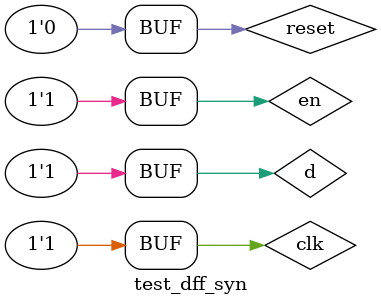
<source format=v>
`timescale 1ns / 1ps


module test_dff_syn();
 reg clk;
 reg reset;
 reg d;
 reg en;
 wire q;
 wire qb;
 dff_syn Dflipflop(.clk(clk), .reset(reset),.d(d),.en(en),.q(q), .qb(qb));
           
   initial 
   begin
    clk = 0;  reset = 1;      // not defigning the value of 'd'
      #50
    clk = 0; reset = 1; d=1'b1;
    #50
    clk =0; reset=0; d=1'b1;
    #50
    clk =1; reset =0; d=1'b1; en=0;
    #50
    clk =1; reset =0; d=1'b1; en=1;
   end      
endmodule


</source>
